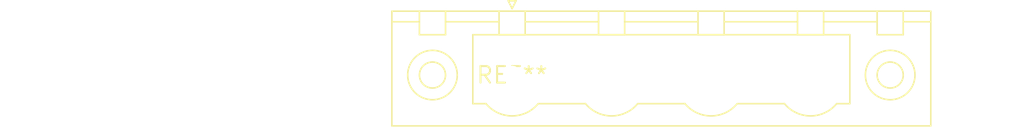
<source format=kicad_pcb>
(kicad_pcb (version 20240108) (generator pcbnew)
  (layers (0 "F.Cu" signal) (31 "B.Cu" signal) (34 "B.Paste" user) (35 "F.Paste" user) (36 "B.SilkS" user "B.Silkscreen") (37 "F.SilkS" user "F.Silkscreen") (38 "B.Mask" user) (39 "F.Mask" user) (44 "Edge.Cuts" user))
  (net 0 "")
  (footprint "PhoenixContact_GMSTBV_2,5_4-GF-7,62_1x04_P7.62mm_Vertical_ThreadedFlange" (layer "F.Cu") (at 0 0)
    (property "Reference" "REF**")
    (property "Value" "PhoenixContact_GMSTBV_2,5_4-GF-7,62_1x04_P7.62mm_Vertical_ThreadedFlange")
    (fp_line (start -9.21 -4.91) (end -9.21 3.91) (layer "F.SilkS") (stroke (width 0.12)))
    (fp_line (start -9.21 -4.1) (end -7.21 -4.1) (layer "F.SilkS") (stroke (width 0.12)))
    (fp_line (start -9.21 3.91) (end 32.07 3.91) (layer "F.SilkS") (stroke (width 0.12)))
    (fp_line (start -7.1 -4.91) (end -5.1 -4.91) (layer "F.SilkS") (stroke (width 0.12)))
    (fp_line (start -7.1 -3.1) (end -7.1 -4.91) (layer "F.SilkS") (stroke (width 0.12)))
    (fp_line (start -5.1 -4.91) (end -5.1 -3.1) (layer "F.SilkS") (stroke (width 0.12)))
    (fp_line (start -5.1 -4.1) (end -1 -4.1) (layer "F.SilkS") (stroke (width 0.12)))
    (fp_line (start -5.1 -3.1) (end -7.1 -3.1) (layer "F.SilkS") (stroke (width 0.12)))
    (fp_line (start -3.01 -3.1) (end 25.87 -3.1) (layer "F.SilkS") (stroke (width 0.12)))
    (fp_line (start -3.01 2.2) (end -3.01 -3.1) (layer "F.SilkS") (stroke (width 0.12)))
    (fp_line (start -2 2.2) (end -3.01 2.2) (layer "F.SilkS") (stroke (width 0.12)))
    (fp_line (start -1 -4.91) (end 1 -4.91) (layer "F.SilkS") (stroke (width 0.12)))
    (fp_line (start -1 -3.1) (end -1 -4.91) (layer "F.SilkS") (stroke (width 0.12)))
    (fp_line (start -0.3 -5.71) (end 0.3 -5.71) (layer "F.SilkS") (stroke (width 0.12)))
    (fp_line (start 0 -5.11) (end -0.3 -5.71) (layer "F.SilkS") (stroke (width 0.12)))
    (fp_line (start 0.3 -5.71) (end 0 -5.11) (layer "F.SilkS") (stroke (width 0.12)))
    (fp_line (start 1 -4.91) (end 1 -3.1) (layer "F.SilkS") (stroke (width 0.12)))
    (fp_line (start 1 -4.1) (end 6.62 -4.1) (layer "F.SilkS") (stroke (width 0.12)))
    (fp_line (start 1 -3.1) (end -1 -3.1) (layer "F.SilkS") (stroke (width 0.12)))
    (fp_line (start 2 2.2) (end 5.62 2.2) (layer "F.SilkS") (stroke (width 0.12)))
    (fp_line (start 6.62 -4.91) (end 8.62 -4.91) (layer "F.SilkS") (stroke (width 0.12)))
    (fp_line (start 6.62 -3.1) (end 6.62 -4.91) (layer "F.SilkS") (stroke (width 0.12)))
    (fp_line (start 8.62 -4.91) (end 8.62 -3.1) (layer "F.SilkS") (stroke (width 0.12)))
    (fp_line (start 8.62 -4.1) (end 14.24 -4.1) (layer "F.SilkS") (stroke (width 0.12)))
    (fp_line (start 8.62 -3.1) (end 6.62 -3.1) (layer "F.SilkS") (stroke (width 0.12)))
    (fp_line (start 9.62 2.2) (end 13.24 2.2) (layer "F.SilkS") (stroke (width 0.12)))
    (fp_line (start 14.24 -4.91) (end 16.24 -4.91) (layer "F.SilkS") (stroke (width 0.12)))
    (fp_line (start 14.24 -3.1) (end 14.24 -4.91) (layer "F.SilkS") (stroke (width 0.12)))
    (fp_line (start 16.24 -4.91) (end 16.24 -3.1) (layer "F.SilkS") (stroke (width 0.12)))
    (fp_line (start 16.24 -4.1) (end 21.86 -4.1) (layer "F.SilkS") (stroke (width 0.12)))
    (fp_line (start 16.24 -3.1) (end 14.24 -3.1) (layer "F.SilkS") (stroke (width 0.12)))
    (fp_line (start 17.24 2.2) (end 20.86 2.2) (layer "F.SilkS") (stroke (width 0.12)))
    (fp_line (start 21.86 -4.91) (end 23.86 -4.91) (layer "F.SilkS") (stroke (width 0.12)))
    (fp_line (start 21.86 -3.1) (end 21.86 -4.91) (layer "F.SilkS") (stroke (width 0.12)))
    (fp_line (start 23.86 -4.91) (end 23.86 -3.1) (layer "F.SilkS") (stroke (width 0.12)))
    (fp_line (start 23.86 -4.1) (end 27.96 -4.1) (layer "F.SilkS") (stroke (width 0.12)))
    (fp_line (start 23.86 -3.1) (end 21.86 -3.1) (layer "F.SilkS") (stroke (width 0.12)))
    (fp_line (start 25.87 -3.1) (end 25.87 2.2) (layer "F.SilkS") (stroke (width 0.12)))
    (fp_line (start 25.87 2.2) (end 24.86 2.2) (layer "F.SilkS") (stroke (width 0.12)))
    (fp_line (start 27.96 -4.91) (end 29.96 -4.91) (layer "F.SilkS") (stroke (width 0.12)))
    (fp_line (start 27.96 -3.1) (end 27.96 -4.91) (layer "F.SilkS") (stroke (width 0.12)))
    (fp_line (start 29.96 -4.91) (end 29.96 -3.1) (layer "F.SilkS") (stroke (width 0.12)))
    (fp_line (start 29.96 -3.1) (end 27.96 -3.1) (layer "F.SilkS") (stroke (width 0.12)))
    (fp_line (start 32.07 -4.91) (end -9.21 -4.91) (layer "F.SilkS") (stroke (width 0.12)))
    (fp_line (start 32.07 -4.1) (end 30.07 -4.1) (layer "F.SilkS") (stroke (width 0.12)))
    (fp_line (start 32.07 3.91) (end 32.07 -4.91) (layer "F.SilkS") (stroke (width 0.12)))
    (fp_arc (start 1.986842 2.215821) (mid -0.010289 3.142758) (end -2 2.2) (layer "F.SilkS") (stroke (width 0.12)))
    (fp_arc (start 9.606842 2.215821) (mid 7.609711 3.142758) (end 5.62 2.2) (layer "F.SilkS") (stroke (width 0.12)))
    (fp_arc (start 17.226842 2.215821) (mid 15.229711 3.142758) (end 13.24 2.2) (layer "F.SilkS") (stroke (width 0.12)))
    (fp_arc (start 24.846842 2.215821) (mid 22.849711 3.142758) (end 20.86 2.2) (layer "F.SilkS") (stroke (width 0.12)))
    (fp_circle (center -6.1 0) (end -5.1 0) (layer "F.SilkS") (stroke (width 0.12)) (fill none))
    (fp_circle (center -6.1 0) (end -4.2 0) (layer "F.SilkS") (stroke (width 0.12)) (fill none))
    (fp_circle (center 28.96 0) (end 29.96 0) (layer "F.SilkS") (stroke (width 0.12)) (fill none))
    (fp_circle (center 28.96 0) (end 30.86 0) (layer "F.SilkS") (stroke (width 0.12)) (fill none))
    (pad "1" thru_hole roundrect (at 0 0) (size 2.1 3.6) (drill 1.4) (layers *.Cu *.Mask) (remove_unused_layers) (roundrect_rratio 0.119048))
    (pad "2" thru_hole oval (at 7.62 0) (size 2.1 3.6) (drill 1.4) (layers *.Cu *.Mask) (remove_unused_layers))
    (pad "3" thru_hole oval (at 15.24 0) (size 2.1 3.6) (drill 1.4) (layers *.Cu *.Mask) (remove_unused_layers))
    (pad "4" thru_hole oval (at 22.86 0) (size 2.1 3.6) (drill 1.4) (layers *.Cu *.Mask) (remove_unused_layers))
  )
)
</source>
